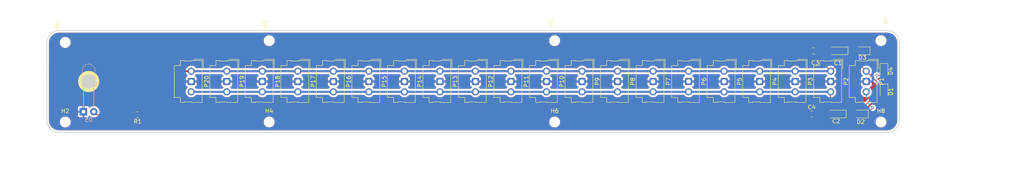
<source format=kicad_pcb>
(kicad_pcb (version 20240108) (generator "pcbnew") (generator_version "8.0")
  (layers (0 "F.Cu" signal) (31 "B.Cu" signal) (34 "B.Paste" user) (35 "F.Paste" user) (36 "B.SilkS" user "B.Silkscreen") (37 "F.SilkS" user "F.Silkscreen") (38 "B.Mask" user) (39 "F.Mask" user) (44 "Edge.Cuts" user))
  (net 0 "")
  (net 1 "+12v")
  (net 2 "Gnd")
  (net 3 "-12v")
  (net 4 "Net-(D1-K)")
  (net 5 "Net-(D2-K)")
  (net 6 "Net-(D5-A)")
  (footprint "PersonalFootprints:Molex_SL Pocket Rack_1x03_P2.54mm_Vertical" (layer "F.Cu") (at 164.289474 50.5 -90)
    (property "Reference" "P11" (at 2.54 -3.75 90) (layer "F.SilkS"))
    (property "Value" "PowerOut")
    (pad "1" thru_hole circle (at 0 0 270) (size 1.74 1.74) (drill 1.09) (layers "*.Cu" "*.Mask") (net 1 "+12v"))
    (pad "2" thru_hole roundrect (at 2.54 0 270) (size 1.74 1.74) (drill 1.09) (layers "*.Cu" "*.Mask") (roundrect_rratio 0.1436781609) (net 2 "Gnd"))
    (pad "3" thru_hole circle (at 5.08 0 270) (size 1.74 1.74) (drill 1.09) (layers "*.Cu" "*.Mask") (net 3 "-12v"))
  )
  (footprint "Capacitor_SMD:C_0805_2012Metric_Pad1.18x1.45mm_HandSolder" (layer "F.Cu") (at 238.025 61.04)
    (property "Reference" "C4" (at 0 -1.68 0) (layer "F.SilkS"))
    (property "Value" "100n")
    (pad "1" smd roundrect (at -1.0375 0) (size 1.175 1.45) (layers "F.Cu" "F.Paste" "F.Mask") (roundrect_rratio 0.212766) (net 2 "Gnd"))
    (pad "2" smd roundrect (at 1.0375 0) (size 1.175 1.45) (layers "F.Cu" "F.Paste" "F.Mask") (roundrect_rratio 0.212766) (net 3 "-12v"))
  )
  (footprint "PersonalFootprints:Molex_SL Pocket Rack_1x03_P2.54mm_Vertical" (layer "F.Cu") (at 120.736844 50.5 -90)
    (property "Reference" "P16" (at 2.54 -3.75 90) (layer "F.SilkS"))
    (property "Value" "PowerOut")
    (pad "1" thru_hole circle (at 0 0 270) (size 1.74 1.74) (drill 1.09) (layers "*.Cu" "*.Mask") (net 1 "+12v"))
    (pad "2" thru_hole roundrect (at 2.54 0 270) (size 1.74 1.74) (drill 1.09) (layers "*.Cu" "*.Mask") (roundrect_rratio 0.1436781609) (net 2 "Gnd"))
    (pad "3" thru_hole circle (at 5.08 0 270) (size 1.74 1.74) (drill 1.09) (layers "*.Cu" "*.Mask") (net 3 "-12v"))
  )
  (footprint "MountingHole:MountingHole_2.2mm_M2" (layer "F.Cu") (at 255 43)
    (property "Reference" "H7" (at 1.15 -5 90) (layer "F.SilkS"))
    (property "Value" "MountingHole")
    (pad "" np_thru_hole circle (at 0 0) (size 2.2 2.2) (drill 2.2) (layers "*.Cu" "*.Mask"))
  )
  (footprint "PersonalFootprints:Molex_SL Pocket Rack_1x03_P2.54mm_Vertical" (layer "F.Cu") (at 181.710526 50.5 -90)
    (property "Reference" "P9" (at 2.54 -3.75 90) (layer "F.SilkS"))
    (property "Value" "PowerOut")
    (pad "1" thru_hole circle (at 0 0 270) (size 1.74 1.74) (drill 1.09) (layers "*.Cu" "*.Mask") (net 1 "+12v"))
    (pad "2" thru_hole roundrect (at 2.54 0 270) (size 1.74 1.74) (drill 1.09) (layers "*.Cu" "*.Mask") (roundrect_rratio 0.1436781609) (net 2 "Gnd"))
    (pad "3" thru_hole circle (at 5.08 0 270) (size 1.74 1.74) (drill 1.09) (layers "*.Cu" "*.Mask") (net 3 "-12v"))
  )
  (footprint "PersonalFootprints:Molex_SL Pocket Rack_1x03_P2.54mm_Vertical" (layer "F.Cu") (at 146.868422 50.5 -90)
    (property "Reference" "P13" (at 2.54 -3.75 90) (layer "F.SilkS"))
    (property "Value" "PowerOut")
    (pad "1" thru_hole circle (at 0 0 270) (size 1.74 1.74) (drill 1.09) (layers "*.Cu" "*.Mask") (net 1 "+12v"))
    (pad "2" thru_hole roundrect (at 2.54 0 270) (size 1.74 1.74) (drill 1.09) (layers "*.Cu" "*.Mask") (roundrect_rratio 0.1436781609) (net 2 "Gnd"))
    (pad "3" thru_hole circle (at 5.08 0 270) (size 1.74 1.74) (drill 1.09) (layers "*.Cu" "*.Mask") (net 3 "-12v"))
  )
  (footprint "PersonalFootprints:Molex_SL Pocket Rack_1x03_P2.54mm_Vertical" (layer "F.Cu") (at 216.55263 50.5 -90)
    (property "Reference" "P5" (at 2.54 -3.75 90) (layer "F.SilkS"))
    (property "Value" "PowerOut")
    (pad "1" thru_hole circle (at 0 0 270) (size 1.74 1.74) (drill 1.09) (layers "*.Cu" "*.Mask") (net 1 "+12v"))
    (pad "2" thru_hole roundrect (at 2.54 0 270) (size 1.74 1.74) (drill 1.09) (layers "*.Cu" "*.Mask") (roundrect_rratio 0.1436781609) (net 2 "Gnd"))
    (pad "3" thru_hole circle (at 5.08 0 270) (size 1.74 1.74) (drill 1.09) (layers "*.Cu" "*.Mask") (net 3 "-12v"))
  )
  (footprint "Resistor_SMD:R_0805_2012Metric_Pad1.20x1.40mm_HandSolder" (layer "F.Cu") (at 72.752104 61.217672 180)
    (property "Reference" "R1" (at 0 -1.65 180) (layer "F.SilkS"))
    (property "Value" "1k")
    (pad "1" smd roundrect (at -1 0 180) (size 1.2 1.4) (layers "F.Cu" "F.Paste" "F.Mask") (roundrect_rratio 0.208333) (net 1 "+12v"))
    (pad "2" smd roundrect (at 1 0 180) (size 1.2 1.4) (layers "F.Cu" "F.Paste" "F.Mask") (roundrect_rratio 0.208333) (net 6 "Net-(D5-A)"))
  )
  (footprint "Diode_SMD:D_0805_2012Metric_Pad1.15x1.40mm_HandSolder" (layer "F.Cu") (at 250.4625 45.5 180)
    (property "Reference" "D3" (at 0 -1.65 180) (layer "F.SilkS"))
    (property "Value" "D")
    (pad "1" smd roundrect (at -1.025 0 180) (size 1.15 1.4) (layers "F.Cu" "F.Paste" "F.Mask") (roundrect_rratio 0.217391) (net 1 "+12v"))
    (pad "2" smd roundrect (at 1.025 0 180) (size 1.15 1.4) (layers "F.Cu" "F.Paste" "F.Mask") (roundrect_rratio 0.217391) (net 4 "Net-(D1-K)"))
  )
  (footprint "MountingHole:MountingHole_2.2mm_M2" (layer "F.Cu") (at 105 43)
    (property "Reference" "H3" (at -0.95 -4 90) (layer "F.SilkS"))
    (property "Value" "MountingHole")
    (pad "" np_thru_hole circle (at 0 0) (size 2.2 2.2) (drill 2.2) (layers "*.Cu" "*.Mask"))
  )
  (footprint "MountingHole:MountingHole_2.2mm_M2" (layer "F.Cu") (at 175 63)
    (property "Reference" "H6" (at 0 -2.7 0) (layer "F.SilkS"))
    (property "Value" "MountingHole")
    (pad "" np_thru_hole circle (at 0 0) (size 2.2 2.2) (drill 2.2) (layers "*.Cu" "*.Mask"))
  )
  (footprint "PersonalFootprints:Molex_SL Pocket Rack_1x03_P2.54mm_Vertical" (layer "F.Cu") (at 85.894734 50.5 -90)
    (property "Reference" "P20" (at 2.54 -3.75 90) (layer "F.SilkS"))
    (property "Value" "PowerOut")
    (pad "1" thru_hole circle (at 0 0 270) (size 1.74 1.74) (drill 1.09) (layers "*.Cu" "*.Mask") (net 1 "+12v"))
    (pad "2" thru_hole roundrect (at 2.54 0 270) (size 1.74 1.74) (drill 1.09) (layers "*.Cu" "*.Mask") (roundrect_rratio 0.1436781609) (net 2 "Gnd"))
    (pad "3" thru_hole circle (at 5.08 0 270) (size 1.74 1.74) (drill 1.09) (layers "*.Cu" "*.Mask") (net 3 "-12v"))
  )
  (footprint "PersonalFootprints:Molex_SL Pocket Rack_1x03_P2.54mm_Vertical" (layer "F.Cu") (at 225.263156 50.5 -90)
    (property "Reference" "P4" (at 2.54 -3.75 90) (layer "F.SilkS"))
    (property "Value" "PowerOut")
    (pad "1" thru_hole circle (at 0 0 270) (size 1.74 1.74) (drill 1.09) (layers "*.Cu" "*.Mask") (net 1 "+12v"))
    (pad "2" thru_hole roundrect (at 2.54 0 270) (size 1.74 1.74) (drill 1.09) (layers "*.Cu" "*.Mask") (roundrect_rratio 0.1436781609) (net 2 "Gnd"))
    (pad "3" thru_hole circle (at 5.08 0 270) (size 1.74 1.74) (drill 1.09) (layers "*.Cu" "*.Mask") (net 3 "-12v"))
  )
  (footprint "PersonalFootprints:Molex_SL Pocket Rack_1x03_P2.54mm_Vertical" (layer "F.Cu") (at 94.605266 50.5 -90)
    (property "Reference" "P19" (at 2.54 -3.75 90) (layer "F.SilkS"))
    (property "Value" "PowerOut")
    (pad "1" thru_hole circle (at 0 0 270) (size 1.74 1.74) (drill 1.09) (layers "*.Cu" "*.Mask") (net 1 "+12v"))
    (pad "2" thru_hole roundrect (at 2.54 0 270) (size 1.74 1.74) (drill 1.09) (layers "*.Cu" "*.Mask") (roundrect_rratio 0.1436781609) (net 2 "Gnd"))
    (pad "3" thru_hole circle (at 5.08 0 270) (size 1.74 1.74) (drill 1.09) (layers "*.Cu" "*.Mask") (net 3 "-12v"))
  )
  (footprint "MountingHole:MountingHole_2.2mm_M2" (layer "F.Cu") (at 55 43.4304)
    (property "Reference" "H1" (at -2 -4 90) (layer "F.SilkS"))
    (property "Value" "MountingHole")
    (pad "" np_thru_hole circle (at 0 0) (size 2.2 2.2) (drill 2.2) (layers "*.Cu" "*.Mask"))
  )
  (footprint "MountingHole:MountingHole_2.2mm_M2" (layer "F.Cu") (at 55 63)
    (property "Reference" "H2" (at 0 -2.7 0) (layer "F.SilkS"))
    (property "Value" "MountingHole")
    (pad "" np_thru_hole circle (at 0 0) (size 2.2 2.2) (drill 2.2) (layers "*.Cu" "*.Mask"))
  )
  (footprint "PersonalFootprints:Molex_SL Pocket Rack_1x03_P2.54mm_Vertical" (layer "F.Cu") (at 129.44737 50.5 -90)
    (property "Reference" "P15" (at 2.54 -3.75 90) (layer "F.SilkS"))
    (property "Value" "PowerOut")
    (pad "1" thru_hole circle (at 0 0 270) (size 1.74 1.74) (drill 1.09) (layers "*.Cu" "*.Mask") (net 1 "+12v"))
    (pad "2" thru_hole roundrect (at 2.54 0 270) (size 1.74 1.74) (drill 1.09) (layers "*.Cu" "*.Mask") (roundrect_rratio 0.1436781609) (net 2 "Gnd"))
    (pad "3" thru_hole circle (at 5.08 0 270) (size 1.74 1.74) (drill 1.09) (layers "*.Cu" "*.Mask") (net 3 "-12v"))
  )
  (footprint "Diode_SMD:D_0805_2012Metric_Pad1.15x1.40mm_HandSolder" (layer "F.Cu") (at 250.025 61.04 180)
    (property "Reference" "D2" (at -0.025 -1.92 180) (layer "F.SilkS"))
    (property "Value" "D")
    (pad "1" smd roundrect (at -1.025 0 180) (size 1.15 1.4) (layers "F.Cu" "F.Paste" "F.Mask") (roundrect_rratio 0.217391) (net 5 "Net-(D2-K)"))
    (pad "2" smd roundrect (at 1.025 0 180) (size 1.15 1.4) (layers "F.Cu" "F.Paste" "F.Mask") (roundrect_rratio 0.217391) (net 3 "-12v"))
  )
  (footprint "PersonalFootprints:Molex_SL Pocket Rack_1x03_P2.54mm_Vertical" (layer "F.Cu") (at 199.131578 50.5 -90)
    (property "Reference" "P7" (at 2.54 -3.75 90) (layer "F.SilkS"))
    (property "Value" "PowerOut")
    (pad "1" thru_hole circle (at 0 0 270) (size 1.74 1.74) (drill 1.09) (layers "*.Cu" "*.Mask") (net 1 "+12v"))
    (pad "2" thru_hole roundrect (at 2.54 0 270) (size 1.74 1.74) (drill 1.09) (layers "*.Cu" "*.Mask") (roundrect_rratio 0.1436781609) (net 2 "Gnd"))
    (pad "3" thru_hole circle (at 5.08 0 270) (size 1.74 1.74) (drill 1.09) (layers "*.Cu" "*.Mask") (net 3 "-12v"))
  )
  (footprint "PersonalFootprints:Molex_SL Pocket Rack_1x03_P2.54mm_Vertical" (layer "F.Cu") (at 242.684208 50.5 -90)
    (property "Reference" "P2" (at 2.54 -3.75 90) (layer "F.SilkS"))
    (property "Value" "PowerOut")
    (pad "1" thru_hole circle (at 0 0 270) (size 1.74 1.74) (drill 1.09) (layers "*.Cu" "*.Mask") (net 1 "+12v"))
    (pad "2" thru_hole roundrect (at 2.54 0 270) (size 1.74 1.74) (drill 1.09) (layers "*.Cu" "*.Mask") (roundrect_rratio 0.1436781609) (net 2 "Gnd"))
    (pad "3" thru_hole circle (at 5.08 0 270) (size 1.74 1.74) (drill 1.09) (layers "*.Cu" "*.Mask") (net 3 "-12v"))
  )
  (footprint "MountingHole:MountingHole_2.2mm_M2" (layer "F.Cu") (at 175 43)
    (property "Reference" "H5" (at -0.84 -4.35 90) (layer "F.SilkS"))
    (property "Value" "MountingHole")
    (pad "" np_thru_hole circle (at 0 0) (size 2.2 2.2) (drill 2.2) (layers "*.Cu" "*.Mask"))
  )
  (footprint "Capacitor_Tantalum_SMD:CP_EIA-3216-10_Kemet-I_Pad1.58x1.35mm_HandSolder" (layer "F.Cu") (at 244.025 61.04 180)
    (property "Reference" "C2" (at 0 -1.75 180) (layer "F.SilkS"))
    (property "Value" "1u")
    (pad "1" smd roundrect (at -1.4375 0 180) (size 1.575 1.35) (layers "F.Cu" "F.Paste" "F.Mask") (roundrect_rratio 0.185185) (net 2 "Gnd"))
    (pad "2" smd roundrect (at 1.4375 0 180) (size 1.575 1.35) (layers "F.Cu" "F.Paste" "F.Mask") (roundrect_rratio 0.185185) (net 3 "-12v"))
  )
  (footprint "Capacitor_Tantalum_SMD:CP_EIA-3216-10_Kemet-I_Pad1.58x1.35mm_HandSolder" (layer "F.Cu") (at 244.4375 45.5 180)
    (property "Reference" "C1" (at 0.000001 -3.000001 180) (layer "F.SilkS"))
    (property "Value" "1u")
    (pad "1" smd roundrect (at -1.4375 0 180) (size 1.575 1.35) (layers "F.Cu" "F.Paste" "F.Mask") (roundrect_rratio 0.185185) (net 1 "+12v"))
    (pad "2" smd roundrect (at 1.4375 0 180) (size 1.575 1.35) (layers "F.Cu" "F.Paste" "F.Mask") (roundrect_rratio 0.185185) (net 2 "Gnd"))
  )
  (footprint "PersonalFootprints:Molex_SL Pocket Rack_1x03_P2.54mm_Vertical" (layer "F.Cu") (at 173 50.5 -90)
    (property "Reference" "P10" (at 2.54 -3.75 90) (layer "F.SilkS"))
    (property "Value" "PowerOut")
    (pad "1" thru_hole circle (at 0 0 270) (size 1.74 1.74) (drill 1.09) (layers "*.Cu" "*.Mask") (net 1 "+12v"))
    (pad "2" thru_hole roundrect (at 2.54 0 270) (size 1.74 1.74) (drill 1.09) (layers "*.Cu" "*.Mask") (roundrect_rratio 0.1436781609) (net 2 "Gnd"))
    (pad "3" thru_hole circle (at 5.08 0 270) (size 1.74 1.74) (drill 1.09) (layers "*.Cu" "*.Mask") (net 3 "-12v"))
  )
  (footprint "PersonalFootprints:Molex_SL Pocket Rack_1x03_P2.54mm_Vertical" (layer "F.Cu") (at 103.315792 50.5 -90)
    (property "Reference" "P18" (at 2.54 -3.75 90) (layer "F.SilkS"))
    (property "Value" "PowerOut")
    (pad "1" thru_hole circle (at 0 0 270) (size 1.74 1.74) (drill 1.09) (layers "*.Cu" "*.Mask") (net 1 "+12v"))
    (pad "2" thru_hole roundrect (at 2.54 0 270) (size 1.74 1.74) (drill 1.09) (layers "*.Cu" "*.Mask") (roundrect_rratio 0.1436781609) (net 2 "Gnd"))
    (pad "3" thru_hole circle (at 5.08 0 270) (size 1.74 1.74) (drill 1.09) (layers "*.Cu" "*.Mask") (net 3 "-12v"))
  )
  (footprint "MountingHole:MountingHole_2.2mm_M2" (layer "F.Cu") (at 255 63)
    (property "Reference" "H8" (at 0 -2.7 0) (layer "F.SilkS"))
    (property "Value" "MountingHole")
    (pad "" np_thru_hole circle (at 0 0) (size 2.2 2.2) (drill 2.2) (layers "*.Cu" "*.Mask"))
  )
  (footprint "Diode_SMD:D_0805_2012Metric_Pad1.15x1.40mm_HandSolder" (layer "F.Cu") (at 255.744734 50.475 -90)
    (property "Reference" "D4" (at 0 -1.65 90) (layer "F.SilkS"))
    (property "Value" "D")
    (pad "1" smd roundrect (at -1.025 0 270) (size 1.15 1.4) (layers "F.Cu" "F.Paste" "F.Mask") (roundrect_rratio 0.217391) (net 1 "+12v"))
    (pad "2" smd roundrect (at 1.025 0 270) (size 1.15 1.4) (layers "F.Cu" "F.Paste" "F.Mask") (roundrect_rratio 0.217391) (net 5 "Net-(D2-K)"))
  )
  (footprint "PersonalFootprints:Molex_SL Pocket Rack_1x03_P2.54mm_Vertical" (layer "F.Cu") (at 138.157896 50.5 -90)
    (property "Reference" "P14" (at 2.54 -3.75 90) (layer "F.SilkS"))
    (property "Value" "PowerOut")
    (pad "1" thru_hole circle (at 0 0 270) (size 1.74 1.74) (drill 1.09) (layers "*.Cu" "*.Mask") (net 1 "+12v"))
    (pad "2" thru_hole roundrect (at 2.54 0 270) (size 1.74 1.74) (drill 1.09) (layers "*.Cu" "*.Mask") (roundrect_rratio 0.1436781609) (net 2 "Gnd"))
    (pad "3" thru_hole circle (at 5.08 0 270) (size 1.74 1.74) (drill 1.09) (layers "*.Cu" "*.Mask") (net 3 "-12v"))
  )
  (footprint "Diode_SMD:D_0805_2012Metric_Pad1.15x1.40mm_HandSolder" (layer "F.Cu") (at 255.767234 55.525 -90)
    (property "Reference" "D1" (at 0 -1.65 90) (layer "F.SilkS"))
    (property "Value" "D")
    (pad "1" smd roundrect (at -1.025 0 270) (size 1.15 1.4) (layers "F.Cu" "F.Paste" "F.Mask") (roundrect_rratio 0.217391) (net 4 "Net-(D1-K)"))
    (pad "2" smd roundrect (at 1.025 0 270) (size 1.15 1.4) (layers "F.Cu" "F.Paste" "F.Mask") (roundrect_rratio 0.217391) (net 3 "-12v"))
  )
  (footprint "PersonalFootprints:Molex_SL Pocket Rack_1x03_P2.54mm_Vertical" (layer "F.Cu") (at 112.026318 50.5 -90)
    (property "Reference" "P17" (at 2.54 -3.75 90) (layer "F.SilkS"))
    (property "Value" "PowerOut")
    (pad "1" thru_hole circle (at 0 0 270) (size 1.74 1.74) (drill 1.09) (layers "*.Cu" "*.Mask") (net 1 "+12v"))
    (pad "2" thru_hole roundrect (at 2.54 0 270) (size 1.74 1.74) (drill 1.09) (layers "*.Cu" "*.Mask") (roundrect_rratio 0.1436781609) (net 2 "Gnd"))
    (pad "3" thru_hole circle (at 5.08 0 270) (size 1.74 1.74) (drill 1.09) (layers "*.Cu" "*.Mask") (net 3 "-12v"))
  )
  (footprint "PersonalFootprints:Molex_SL Pocket Rack_1x03_P2.54mm_Vertical" (layer "F.Cu") (at 190.421052 50.5 -90)
    (property "Reference" "P8" (at 2.54 -3.75 90) (layer "F.SilkS"))
    (property "Value" "PowerOut")
    (pad "1" thru_hole circle (at 0 0 270) (size 1.74 1.74) (drill 1.09) (layers "*.Cu" "*.Mask") (net 1 "+12v"))
    (pad "2" thru_hole roundrect (at 2.54 0 270) (size 1.74 1.74) (drill 1.09) (layers "*.Cu" "*.Mask") (roundrect_rratio 0.1436781609) (net 2 "Gnd"))
    (pad "3" thru_hole circle (at 5.08 0 270) (size 1.74 1.74) (drill 1.09) (layers "*.Cu" "*.Mask") (net 3 "-12v"))
  )
  (footprint "MountingHole:MountingHole_2.2mm_M2" (layer "F.Cu") (at 105 63)
    (property "Reference" "H4" (at 0 -2.7 0) (layer "F.SilkS"))
    (property "Value" "MountingHole")
    (pad "" np_thru_hole circle (at 0 0) (size 2.2 2.2) (drill 2.2) (layers "*.Cu" "*.Mask"))
  )
  (footprint "Capacitor_SMD:C_0805_2012Metric_Pad1.18x1.45mm_HandSolder" (layer "F.Cu") (at 238.475 45.5 180)
    (property "Reference" "C3" (at -0.41 -2.93 180) (layer "F.SilkS"))
    (property "Value" "100n")
    (pad "1" smd roundrect (at -1.0375 0 180) (size 1.175 1.45) (layers "F.Cu" "F.Paste" "F.Mask") (roundrect_rratio 0.212766) (net 1 "+12v"))
    (pad "2" smd roundrect (at 1.0375 0 180) (size 1.175 1.45) (layers "F.Cu" "F.Paste" "F.Mask") (roundrect_rratio 0.212766) (net 2 "Gnd"))
  )
  (footprint "PersonalFootprints:Molex_SL Pocket Rack_1x03_P2.54mm_Vertical" (layer "F.Cu") (at 207.842104 50.5 -90)
    (property "Reference" "P6" (at 2.54 -3.75 90) (layer "F.SilkS"))
    (property "Value" "PowerOut")
    (pad "1" thru_hole circle (at 0 0 270) (size 1.74 1.74) (drill 1.09) (layers "*.Cu" "*.Mask") (net 1 "+12v"))
    (pad "2" thru_hole roundrect (at 2.54 0 270) (size 1.74 1.74) (drill 1.09) (layers "*.Cu" "*.Mask") (roundrect_rratio 0.1436781609) (net 2 "Gnd"))
    (pad "3" thru_hole circle (at 5.08 0 270) (size 1.74 1.74) (drill 1.09) (layers "*.Cu" "*.Mask") (net 3 "-12v"))
  )
  (footprint "PersonalFootprints:Molex_SL Pocket Rack_1x03_P2.54mm_Vertical" (layer "F.Cu") (at 155.578948 50.5 -90)
    (property "Reference" "P12" (at 2.54 -3.75 90) (layer "F.SilkS"))
    (property "Value" "PowerOut")
    (pad "1" thru_hole circle (at 0 0 270) (size 1.74 1.74) (drill 1.09) (layers "*.Cu" "*.Mask") (net 1 "+12v"))
    (pad "2" thru_hole roundrect (at 2.54 0 270) (size 1.74 1.74) (drill 1.09) (layers "*.Cu" "*.Mask") (roundrect_rratio 0.1436781609) (net 2 "Gnd"))
    (pad "3" thru_hole circle (at 5.08 0 270) (size 1.74 1.74) (drill 1.09) (layers "*.Cu" "*.Mask") (net 3 "-12v"))
  )
  (footprint "PersonalFootprints:Molex_SL Pocket Rack_1x03_P2.54mm_Vertical" (layer "F.Cu") (at 251.394734 50.5 -90)
    (property "Reference" "P1" (at 2.54 -3.75 90) (layer "F.SilkS"))
    (property "Value" "PowerIn")
    (pad "1" thru_hole circle (at 0 0 270) (size 1.74 1.74) (drill 1.09) (layers "*.Cu" "*.Mask") (net 4 "Net-(D1-K)"))
    (pad "2" thru_hole roundrect (at 2.54 0 270) (size 1.74 1.74) (drill 1.09) (layers "*.Cu" "*.Mask") (roundrect_rratio 0.1436781609) (net 2 "Gnd"))
    (pad "3" thru_hole circle (at 5.08 0 270) (size 1.74 1.74) (drill 1.09) (layers "*.Cu" "*.Mask") (net 5 "Net-(D2-K)"))
  )
  (footprint "PersonalFootprints:Molex_SL Pocket Rack_1x03_P2.54mm_Vertical" (layer "F.Cu") (at 233.973682 50.5 -90)
    (property "Reference" "P3" (at 2.54 -3.75 90) (layer "F.SilkS"))
    (property "Value" "PowerOut")
    (pad "1" thru_hole circle (at 0 0 270) (size 1.74 1.74) (drill 1.09) (layers "*.Cu" "*.Mask") (net 1 "+12v"))
    (pad "2" thru_hole roundrect (at 2.54 0 270) (size 1.74 1.74) (drill 1.09) (layers "*.Cu" "*.Mask") (roundrect_rratio 0.1436781609) (net 2 "Gnd"))
    (pad "3" thru_hole circle (at 5.08 0 270) (size 1.74 1.74) (drill 1.09) (layers "*.Cu" "*.Mask") (net 3 "-12v"))
  )
  (footprint "LED_THT:LED_D3.0mm_Horizontal_O6.35mm_Z10.0mm" (layer "B.Cu") (at 59.46 60.47087)
    (property "Reference" "D5" (at 1.27 1.96 0) (layer "B.SilkS") (effects (justify mirror)))
    (property "Value" "LED")
    (pad "1" thru_hole rect (at 0 0) (size 1.8 1.8) (drill 0.9) (layers "*.Cu" "*.Mask") (net 2 "Gnd"))
    (pad "2" thru_hole circle (at 2.54 0) (size 1.8 1.8) (drill 0.9) (layers "*.Cu" "*.Mask") (net 6 "Net-(D5-A)"))
  )
  (gr_circle (center 60.744734 53.04) (end 58.244734 53.04) (stroke (width 0.2)) (fill solid) (layer "F.SilkS"))
  (gr_arc (start 259.5 62.54) (mid 258.621315 64.661315) (end 256.5 65.54) (stroke (width 0.2)) (layer "Edge.Cuts"))
  (gr_arc (start 256.5 40.54) (mid 258.621298 41.418692) (end 259.5 43.54) (stroke (width 0.2)) (layer "Edge.Cuts"))
  (gr_arc (start 50.49632 43.54) (mid 51.375002 41.418692) (end 53.49632 40.54) (stroke (width 0.2)) (layer "Edge.Cuts"))
  (gr_line (start 259.5 43.54) (end 259.5 62.54) (stroke (width 0.2)) (layer "Edge.Cuts"))
  (gr_line (start 256.5 65.54) (end 53.49632 65.54) (stroke (width 0.2)) (layer "Edge.Cuts"))
  (gr_line (start 53.49632 40.54) (end 256.5 40.54) (stroke (width 0.2)) (layer "Edge.Cuts"))
  (gr_circle (center 60.744734 53.04) (end 59.094734 53.04) (stroke (width 0.2)) (fill solid) (layer "Edge.Cuts"))
  (gr_arc (start 53.49632 65.54) (mid 51.374994 64.661325) (end 50.49632 62.54) (stroke (width 0.2)) (layer "Edge.Cuts"))
  (gr_line (start 50.49632 62.54) (end 50.5 43.54) (stroke (width 0.2)) (layer "Edge.Cuts"))
  (segment (start 112.026318 50.5) (end 103.315792 50.5) (width 0.5) (layer "F.Cu") (net 1))
  (segment (start 190.421052 50.5) (end 181.710526 50.5) (width 0.5) (layer "F.Cu") (net 1))
  (segment (start 94.605266 50.5) (end 85.894734 50.5) (width 0.5) (layer "F.Cu") (net 1))
  (segment (start 138.157896 50.5) (end 129.44737 50.5) (width 0.5) (layer "F.Cu") (net 1))
  (segment (start 164.289474 50.5) (end 155.578948 50.5) (width 0.5) (layer "F.Cu") (net 1))
  (segment (start 155.578948 50.5) (end 146.868422 50.5) (width 0.5) (layer "F.Cu") (net 1))
  (segment (start 173 50.5) (end 164.289474 50.5) (width 0.5) (layer "F.Cu") (net 1))
  (segment (start 247.875 43.5) (end 249.4875 43.5) (width 0.2) (layer "F.Cu") (net 1))
  (segment (start 103.315792 50.5) (end 94.605266 50.5) (width 0.5) (layer "F.Cu") (net 1))
  (segment (start 233.973682 50.5) (end 225.263156 50.5) (width 0.5) (layer "F.Cu") (net 1))
  (segment (start 255.744734 49.45) (end 255.4375 49.45) (width 0.2) (layer "F.Cu") (net 1))
  (segment (start 84.469776 50.5) (end 73.752104 61.217672) (width 0.5) (layer "F.Cu") (net 1))
  (segment (start 120.736844 50.5) (end 112.026318 50.5) (width 0.5) (layer "F.Cu") (net 1))
  (segment (start 129.44737 50.5) (end 120.736844 50.5) (width 0.5) (layer "F.Cu") (net 1))
  (segment (start 239.5125 45.5) (end 239.5125 47.328292) (width 0.2) (layer "F.Cu") (net 1))
  (segment (start 146.868422 50.5) (end 138.157896 50.5) (width 0.5) (layer "F.Cu") (net 1))
  (segment (start 245.875 45.5) (end 245.875 47.309208) (width 0.2) (layer "F.Cu") (net 1))
  (segment (start 249.4875 43.5) (end 251.4875 45.5) (width 0.2) (layer "F.Cu") (net 1))
  (segment (start 216.55263 50.5) (end 207.842104 50.5) (width 0.5) (layer "F.Cu") (net 1))
  (segment (start 239.5125 47.328292) (end 242.684208 50.5) (width 0.2) (layer "F.Cu") (net 1))
  (segment (start 245.875 47.309208) (end 242.684208 50.5) (width 0.2) (layer "F.Cu") (net 1))
  (segment (start 207.842104 50.5) (end 199.131578 50.5) (width 0.5) (layer "F.Cu") (net 1))
  (segment (start 255.4375 49.45) (end 251.4875 45.5) (width 0.2) (layer "F.Cu") (net 1))
  (segment (start 85.894734 50.5) (end 84.469776 50.5) (width 0.5) (layer "F.Cu") (net 1))
  (segment (start 245.875 45.5) (end 247.875 43.5) (width 0.2) (layer "F.Cu") (net 1))
  (segment (start 225.263156 50.5) (end 216.55263 50.5) (width 0.5) (layer "F.Cu") (net 1))
  (segment (start 199.131578 50.5) (end 190.421052 50.5) (width 0.5) (layer "F.Cu") (net 1))
  (segment (start 181.710526 50.5) (end 173 50.5) (width 0.5) (layer "F.Cu") (net 1))
  (segment (start 242.684208 50.5) (end 233.973682 50.5) (width 0.5) (layer "F.Cu") (net 1))
  (segment (start 242.684208 50.5) (end 85.894734 50.5) (width 0.5) (layer "B.Cu") (net 1))
  (segment (start 253.49 56.55) (end 249 61.04) (width 0.2) (layer "F.Cu") (net 3))
  (segment (start 225.263156 55.58) (end 225 55.58) (width 0.5) (layer "F.Cu") (net 3))
  (segment (start 249 61.04) (end 248.025 62.015) (width 0.2) (layer "F.Cu") (net 3))
  (segment (start 255.767234 56.55) (end 253.49 56.55) (width 0.2) (layer "F.Cu") (net 3))
  (segment (start 248.025 62.015) (end 243.5625 62.015) (width 0.2) (layer "F.Cu") (net 3))
  (segment (start 242.684208 55.58) (end 225 55.58) (width 0.5) (layer "F.Cu") (net 3))
  (segment (start 242.5875 61.04) (end 242.5875 55.676708) (width 0.2) (layer "F.Cu") (net 3))
  (segment (start 243.5625 62.015) (end 242.5875 61.04) (width 0.2) (layer "F.Cu") (net 3))
  (segment (start 242.5875 55.676708) (end 242.684208 55.58) (width 0.2) (layer "F.Cu") (net 3))
  (segment (start 225 55.58) (end 85.894734 55.58) (width 0.5) (layer "F.Cu") (net 3))
  (segment (start 239.0625 61.04) (end 242.5875 61.04) (width 0.2) (layer "F.Cu") (net 3))
  (segment (start 164.289474 55.58) (end 173 55.58) (width 0.5) (layer "B.Cu") (net 3))
  (segment (start 173 55.58) (end 181.710526 55.58) (width 0.5) (layer "B.Cu") (net 3))
  (segment (start 216.55263 55.58) (end 225.263156 55.58) (width 0.5) (layer "B.Cu") (net 3))
  (segment (start 233.973682 55.58) (end 242.684208 55.58) (width 0.5) (layer "B.Cu") (net 3))
  (segment (start 146.868422 55.58) (end 155.578948 55.58) (width 0.5) (layer "B.Cu") (net 3))
  (segment (start 207.842104 55.58) (end 216.55263 55.58) (width 0.5) (layer "B.Cu") (net 3))
  (segment (start 129.44737 55.58) (end 138.157896 55.58) (width 0.5) (layer "B.Cu") (net 3))
  (segment (start 181.710526 55.58) (end 190.421052 55.58) (width 0.5) (layer "B.Cu") (net 3))
  (segment (start 155.578948 55.58) (end 164.289474 55.58) (width 0.5) (layer "B.Cu") (net 3))
  (segment (start 190.421052 55.58) (end 199.131578 55.58) (width 0.5) (layer "B.Cu") (net 3))
  (segment (start 94.605266 55.58) (end 103.315792 55.58) (width 0.5) (layer "B.Cu") (net 3))
  (segment (start 112.026318 55.58) (end 120.736844 55.58) (width 0.5) (layer "B.Cu") (net 3))
  (segment (start 85.894734 55.58) (end 94.605266 55.58) (width 0.5) (layer "B.Cu") (net 3))
  (segment (start 225.263156 55.58) (end 233.973682 55.58) (width 0.5) (layer "B.Cu") (net 3))
  (segment (start 199.131578 55.58) (end 207.842104 55.58) (width 0.5) (layer "B.Cu") (net 3))
  (segment (start 103.315792 55.58) (end 112.026318 55.58) (width 0.5) (layer "B.Cu") (net 3))
  (segment (start 138.157896 55.58) (end 146.868422 55.58) (width 0.5) (layer "B.Cu") (net 3))
  (segment (start 120.736844 55.58) (end 129.44737 55.58) (width 0.5) (layer "B.Cu") (net 3))
  (segment (start 249.4375 48.542766) (end 251.394734 50.5) (width 0.2) (layer "F.Cu") (net 4))
  (segment (start 255.394734 54.5) (end 255.767234 54.5) (width 0.2) (layer "F.Cu") (net 4))
  (segment (start 251.394734 50.5) (end 255.394734 54.5) (width 0.2) (layer "F.Cu") (net 4))
  (segment (start 249.4375 45.5) (end 249.4375 48.542766) (width 0.2) (layer "F.Cu") (net 4))
  (segment (start 254 51.5) (end 255.744734 51.5) (width 0.2) (layer "F.Cu") (net 5))
  (segment (start 251.46 61.04) (end 253 59.5) (width 0.2) (layer "F.Cu") (net 5))
  (segment (start 251.05 61.04) (end 251.46 61.04) (width 0.2) (layer "F.Cu") (net 5))
  (via (at 253 59.5) (size 0.6) (drill 0.3) (layers "F.Cu" "B.Cu") (net 5))
  (via (at 254 51.5) (size 0.6) (drill 0.3) (layers "F.Cu" "B.Cu") (net 5))
  (segment (start 251.394734 57.894734) (end 251.394734 55.58) (width 0.2) (layer "B.Cu") (net 5))
  (segment (start 254 52.974734) (end 254 51.5) (width 0.2) (layer "B.Cu") (net 5))
  (segment (start 253 59.5) (end 251.394734 57.894734) (width 0.2) (layer "B.Cu") (net 5))
  (segment (start 251.394734 55.58) (end 254 52.974734) (width 0.2) (layer "B.Cu") (net 5))
  (segment (start 62.746802 61.217672) (end 62 60.47087) (width 0.2) (layer "F.Cu") (net 6))
  (segment (start 71.752104 61.217672) (end 62.746802 61.217672) (width 0.2) (layer "F.Cu") (net 6))
  (zone (net 2) (net_name "Gnd") (layers "F&B.Cu") (connect_pads (clearance 0.5)) (min_thickness 0.25) (fill yes (thermal_gap 0.5) (thermal_bridge_width 0.5))
    (polygon (pts (xy 42 33) (xy 264 34) (xy 268 76) (xy 40 74) (xy 39 46)))
  )
)
</source>
